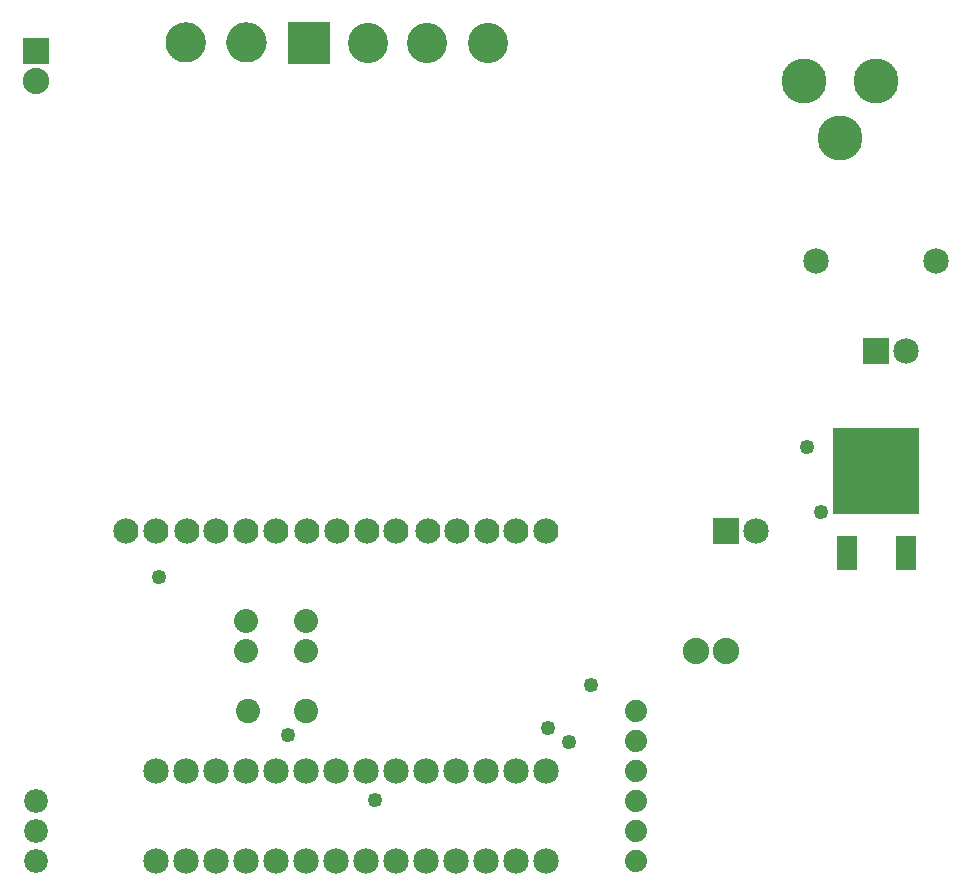
<source format=gts>
G04 MADE WITH FRITZING*
G04 WWW.FRITZING.ORG*
G04 DOUBLE SIDED*
G04 HOLES PLATED*
G04 CONTOUR ON CENTER OF CONTOUR VECTOR*
%ASAXBY*%
%FSLAX23Y23*%
%MOIN*%
%OFA0B0*%
%SFA1.0B1.0*%
%ADD10C,0.088000*%
%ADD11C,0.085000*%
%ADD12C,0.080925*%
%ADD13C,0.080866*%
%ADD14C,0.074000*%
%ADD15C,0.084000*%
%ADD16C,0.134111*%
%ADD17C,0.079444*%
%ADD18C,0.150000*%
%ADD19C,0.080000*%
%ADD20C,0.049370*%
%ADD21R,0.088000X0.088000*%
%ADD22R,0.142161X0.142161*%
%ADD23R,0.085000X0.085000*%
%ADD24R,0.285591X0.285591*%
%ADD25R,0.069055X0.116299*%
%ADD26C,0.030000*%
%ADD27C,0.027000*%
%ADD28R,0.001000X0.001000*%
%LNMASK1*%
G90*
G70*
G54D10*
X252Y2876D03*
X252Y2776D03*
G54D11*
X1952Y476D03*
X1952Y176D03*
X1852Y476D03*
X1852Y176D03*
X1752Y476D03*
X1752Y176D03*
X1652Y476D03*
X1652Y176D03*
X1552Y476D03*
X1552Y176D03*
X1452Y476D03*
X1452Y176D03*
X1352Y476D03*
X1352Y176D03*
X1252Y476D03*
X1252Y176D03*
X1152Y476D03*
X1152Y176D03*
X1052Y476D03*
X1052Y176D03*
X952Y476D03*
X952Y176D03*
X852Y476D03*
X852Y176D03*
X752Y476D03*
X752Y176D03*
X652Y476D03*
X652Y176D03*
G54D12*
X1152Y676D03*
G54D13*
X959Y676D03*
G54D14*
X2252Y176D03*
X2252Y276D03*
X2252Y376D03*
X2252Y476D03*
X2252Y576D03*
X2252Y676D03*
G54D15*
X551Y1276D03*
X652Y1276D03*
X753Y1276D03*
X852Y1276D03*
X952Y1276D03*
X1052Y1276D03*
X1153Y1275D03*
X1253Y1276D03*
X1354Y1276D03*
X1452Y1276D03*
X1557Y1276D03*
X1653Y1276D03*
X1753Y1276D03*
X1852Y1276D03*
X1952Y1276D03*
G54D16*
X1756Y2904D03*
X1554Y2904D03*
X1356Y2904D03*
G54D17*
X252Y376D03*
X252Y276D03*
X252Y176D03*
G54D18*
X3052Y2776D03*
X2812Y2776D03*
X2932Y2586D03*
G54D10*
X2552Y876D03*
X2452Y876D03*
G54D19*
X1152Y976D03*
X1152Y876D03*
X952Y976D03*
X952Y876D03*
G54D11*
X3052Y1876D03*
X3152Y1876D03*
X2552Y1276D03*
X2652Y1276D03*
X3252Y2176D03*
X2852Y2176D03*
G54D20*
X2868Y1340D03*
X2028Y572D03*
X1380Y380D03*
X1956Y620D03*
X2100Y764D03*
X2820Y1556D03*
X1092Y596D03*
X660Y1124D03*
G54D21*
X252Y2876D03*
G54D22*
X1160Y2904D03*
G54D23*
X3052Y1876D03*
X2552Y1276D03*
G54D24*
X3052Y1476D03*
G54D25*
X3150Y1202D03*
X2954Y1202D03*
G54D26*
G36*
X1980Y448D02*
X1925Y448D01*
X1925Y503D01*
X1980Y503D01*
X1980Y448D01*
G37*
D02*
G54D27*
G36*
X523Y1304D02*
X579Y1304D01*
X579Y1248D01*
X523Y1248D01*
X523Y1304D01*
G37*
D02*
G54D28*
X744Y2971D02*
X756Y2971D01*
X946Y2971D02*
X958Y2971D01*
X1152Y2971D02*
X1164Y2971D01*
X737Y2970D02*
X762Y2970D01*
X940Y2970D02*
X965Y2970D01*
X1146Y2970D02*
X1171Y2970D01*
X733Y2969D02*
X766Y2969D01*
X936Y2969D02*
X969Y2969D01*
X1142Y2969D02*
X1175Y2969D01*
X729Y2968D02*
X770Y2968D01*
X932Y2968D02*
X973Y2968D01*
X1138Y2968D02*
X1179Y2968D01*
X727Y2967D02*
X773Y2967D01*
X929Y2967D02*
X975Y2967D01*
X1135Y2967D02*
X1181Y2967D01*
X724Y2966D02*
X776Y2966D01*
X926Y2966D02*
X978Y2966D01*
X1132Y2966D02*
X1184Y2966D01*
X722Y2965D02*
X778Y2965D01*
X924Y2965D02*
X980Y2965D01*
X1130Y2965D02*
X1186Y2965D01*
X720Y2964D02*
X780Y2964D01*
X922Y2964D02*
X982Y2964D01*
X1128Y2964D02*
X1188Y2964D01*
X718Y2963D02*
X782Y2963D01*
X920Y2963D02*
X984Y2963D01*
X1126Y2963D02*
X1190Y2963D01*
X716Y2962D02*
X783Y2962D01*
X919Y2962D02*
X986Y2962D01*
X1125Y2962D02*
X1192Y2962D01*
X715Y2961D02*
X785Y2961D01*
X917Y2961D02*
X987Y2961D01*
X1123Y2961D02*
X1193Y2961D01*
X713Y2960D02*
X786Y2960D01*
X916Y2960D02*
X989Y2960D01*
X1122Y2960D02*
X1195Y2960D01*
X712Y2959D02*
X788Y2959D01*
X914Y2959D02*
X990Y2959D01*
X1120Y2959D02*
X1196Y2959D01*
X710Y2958D02*
X789Y2958D01*
X913Y2958D02*
X992Y2958D01*
X1119Y2958D02*
X1198Y2958D01*
X709Y2957D02*
X791Y2957D01*
X911Y2957D02*
X993Y2957D01*
X1117Y2957D02*
X1199Y2957D01*
X708Y2956D02*
X792Y2956D01*
X910Y2956D02*
X994Y2956D01*
X1116Y2956D02*
X1200Y2956D01*
X706Y2955D02*
X793Y2955D01*
X909Y2955D02*
X996Y2955D01*
X1115Y2955D02*
X1201Y2955D01*
X705Y2954D02*
X794Y2954D01*
X908Y2954D02*
X997Y2954D01*
X1114Y2954D02*
X1203Y2954D01*
X704Y2953D02*
X795Y2953D01*
X907Y2953D02*
X998Y2953D01*
X1113Y2953D02*
X1204Y2953D01*
X703Y2952D02*
X796Y2952D01*
X906Y2952D02*
X999Y2952D01*
X1112Y2952D02*
X1205Y2952D01*
X702Y2951D02*
X797Y2951D01*
X905Y2951D02*
X1000Y2951D01*
X1111Y2951D02*
X1206Y2951D01*
X701Y2950D02*
X798Y2950D01*
X904Y2950D02*
X1001Y2950D01*
X1110Y2950D02*
X1207Y2950D01*
X700Y2949D02*
X799Y2949D01*
X903Y2949D02*
X1002Y2949D01*
X1109Y2949D02*
X1208Y2949D01*
X699Y2948D02*
X800Y2948D01*
X902Y2948D02*
X1003Y2948D01*
X1108Y2948D02*
X1208Y2948D01*
X699Y2947D02*
X801Y2947D01*
X901Y2947D02*
X1003Y2947D01*
X1107Y2947D02*
X1209Y2947D01*
X698Y2946D02*
X802Y2946D01*
X900Y2946D02*
X1004Y2946D01*
X1106Y2946D02*
X1210Y2946D01*
X697Y2945D02*
X802Y2945D01*
X900Y2945D02*
X1005Y2945D01*
X1106Y2945D02*
X1211Y2945D01*
X696Y2944D02*
X803Y2944D01*
X899Y2944D02*
X1006Y2944D01*
X1105Y2944D02*
X1212Y2944D01*
X696Y2943D02*
X804Y2943D01*
X898Y2943D02*
X1006Y2943D01*
X1104Y2943D02*
X1212Y2943D01*
X695Y2942D02*
X805Y2942D01*
X897Y2942D02*
X1007Y2942D01*
X1103Y2942D02*
X1213Y2942D01*
X694Y2941D02*
X805Y2941D01*
X897Y2941D02*
X1008Y2941D01*
X1103Y2941D02*
X1214Y2941D01*
X694Y2940D02*
X806Y2940D01*
X896Y2940D02*
X1008Y2940D01*
X1102Y2940D02*
X1214Y2940D01*
X693Y2939D02*
X806Y2939D01*
X896Y2939D02*
X1009Y2939D01*
X1102Y2939D02*
X1215Y2939D01*
X692Y2938D02*
X807Y2938D01*
X895Y2938D02*
X1010Y2938D01*
X1101Y2938D02*
X1216Y2938D01*
X692Y2937D02*
X808Y2937D01*
X894Y2937D02*
X1010Y2937D01*
X1100Y2937D02*
X1216Y2937D01*
X691Y2936D02*
X808Y2936D01*
X894Y2936D02*
X1011Y2936D01*
X1100Y2936D02*
X1217Y2936D01*
X691Y2935D02*
X809Y2935D01*
X893Y2935D02*
X1011Y2935D01*
X1099Y2935D02*
X1217Y2935D01*
X690Y2934D02*
X809Y2934D01*
X893Y2934D02*
X1012Y2934D01*
X1099Y2934D02*
X1218Y2934D01*
X690Y2933D02*
X810Y2933D01*
X892Y2933D02*
X1012Y2933D01*
X1098Y2933D02*
X1218Y2933D01*
X689Y2932D02*
X810Y2932D01*
X892Y2932D02*
X1013Y2932D01*
X1098Y2932D02*
X1219Y2932D01*
X689Y2931D02*
X811Y2931D01*
X891Y2931D02*
X1013Y2931D01*
X1097Y2931D02*
X1219Y2931D01*
X688Y2930D02*
X811Y2930D01*
X891Y2930D02*
X1014Y2930D01*
X1097Y2930D02*
X1220Y2930D01*
X688Y2929D02*
X812Y2929D01*
X890Y2929D02*
X1014Y2929D01*
X1096Y2929D02*
X1220Y2929D01*
X688Y2928D02*
X812Y2928D01*
X890Y2928D02*
X1014Y2928D01*
X1096Y2928D02*
X1220Y2928D01*
X687Y2927D02*
X812Y2927D01*
X890Y2927D02*
X1015Y2927D01*
X1096Y2927D02*
X1221Y2927D01*
X687Y2926D02*
X813Y2926D01*
X889Y2926D02*
X1015Y2926D01*
X1095Y2926D02*
X1221Y2926D01*
X687Y2925D02*
X813Y2925D01*
X889Y2925D02*
X1015Y2925D01*
X1095Y2925D02*
X1221Y2925D01*
X686Y2924D02*
X813Y2924D01*
X889Y2924D02*
X1016Y2924D01*
X1095Y2924D02*
X1222Y2924D01*
X686Y2923D02*
X814Y2923D01*
X888Y2923D02*
X1016Y2923D01*
X1094Y2923D02*
X1222Y2923D01*
X686Y2922D02*
X814Y2922D01*
X888Y2922D02*
X1016Y2922D01*
X1094Y2922D02*
X1222Y2922D01*
X685Y2921D02*
X814Y2921D01*
X888Y2921D02*
X1017Y2921D01*
X1094Y2921D02*
X1223Y2921D01*
X685Y2920D02*
X814Y2920D01*
X888Y2920D02*
X1017Y2920D01*
X1094Y2920D02*
X1223Y2920D01*
X685Y2919D02*
X815Y2919D01*
X887Y2919D02*
X1017Y2919D01*
X1093Y2919D02*
X1223Y2919D01*
X685Y2918D02*
X815Y2918D01*
X887Y2918D02*
X1017Y2918D01*
X1093Y2918D02*
X1223Y2918D01*
X685Y2917D02*
X815Y2917D01*
X887Y2917D02*
X1017Y2917D01*
X1093Y2917D02*
X1223Y2917D01*
X684Y2916D02*
X815Y2916D01*
X887Y2916D02*
X1018Y2916D01*
X1093Y2916D02*
X1224Y2916D01*
X684Y2915D02*
X815Y2915D01*
X887Y2915D02*
X1018Y2915D01*
X1093Y2915D02*
X1224Y2915D01*
X684Y2914D02*
X815Y2914D01*
X887Y2914D02*
X1018Y2914D01*
X1093Y2914D02*
X1224Y2914D01*
X684Y2913D02*
X816Y2913D01*
X886Y2913D02*
X1018Y2913D01*
X1092Y2913D02*
X1224Y2913D01*
X684Y2912D02*
X816Y2912D01*
X886Y2912D02*
X1018Y2912D01*
X1092Y2912D02*
X1224Y2912D01*
X684Y2911D02*
X816Y2911D01*
X886Y2911D02*
X1018Y2911D01*
X1092Y2911D02*
X1224Y2911D01*
X684Y2910D02*
X816Y2910D01*
X886Y2910D02*
X1018Y2910D01*
X1092Y2910D02*
X1224Y2910D01*
X683Y2909D02*
X816Y2909D01*
X886Y2909D02*
X1019Y2909D01*
X1092Y2909D02*
X1225Y2909D01*
X683Y2908D02*
X816Y2908D01*
X886Y2908D02*
X1019Y2908D01*
X1092Y2908D02*
X1225Y2908D01*
X683Y2907D02*
X816Y2907D01*
X886Y2907D02*
X1019Y2907D01*
X1092Y2907D02*
X1225Y2907D01*
X683Y2906D02*
X816Y2906D01*
X886Y2906D02*
X1019Y2906D01*
X1092Y2906D02*
X1225Y2906D01*
X683Y2905D02*
X816Y2905D01*
X886Y2905D02*
X1019Y2905D01*
X1092Y2905D02*
X1225Y2905D01*
X683Y2904D02*
X816Y2904D01*
X886Y2904D02*
X1019Y2904D01*
X1092Y2904D02*
X1225Y2904D01*
X683Y2903D02*
X816Y2903D01*
X886Y2903D02*
X1019Y2903D01*
X1092Y2903D02*
X1225Y2903D01*
X683Y2902D02*
X816Y2902D01*
X886Y2902D02*
X1019Y2902D01*
X1092Y2902D02*
X1225Y2902D01*
X683Y2901D02*
X816Y2901D01*
X886Y2901D02*
X1019Y2901D01*
X1092Y2901D02*
X1225Y2901D01*
X683Y2900D02*
X816Y2900D01*
X886Y2900D02*
X1019Y2900D01*
X1092Y2900D02*
X1225Y2900D01*
X684Y2899D02*
X816Y2899D01*
X886Y2899D02*
X1019Y2899D01*
X1092Y2899D02*
X1224Y2899D01*
X684Y2898D02*
X816Y2898D01*
X886Y2898D02*
X1018Y2898D01*
X1092Y2898D02*
X1224Y2898D01*
X684Y2897D02*
X816Y2897D01*
X886Y2897D02*
X1018Y2897D01*
X1092Y2897D02*
X1224Y2897D01*
X684Y2896D02*
X816Y2896D01*
X886Y2896D02*
X1018Y2896D01*
X1092Y2896D02*
X1224Y2896D01*
X684Y2895D02*
X815Y2895D01*
X886Y2895D02*
X1018Y2895D01*
X1092Y2895D02*
X1224Y2895D01*
X684Y2894D02*
X815Y2894D01*
X887Y2894D02*
X1018Y2894D01*
X1093Y2894D02*
X1224Y2894D01*
X684Y2893D02*
X815Y2893D01*
X887Y2893D02*
X1018Y2893D01*
X1093Y2893D02*
X1224Y2893D01*
X684Y2892D02*
X815Y2892D01*
X887Y2892D02*
X1018Y2892D01*
X1093Y2892D02*
X1224Y2892D01*
X685Y2891D02*
X815Y2891D01*
X887Y2891D02*
X1017Y2891D01*
X1093Y2891D02*
X1223Y2891D01*
X685Y2890D02*
X815Y2890D01*
X887Y2890D02*
X1017Y2890D01*
X1093Y2890D02*
X1223Y2890D01*
X685Y2889D02*
X814Y2889D01*
X888Y2889D02*
X1017Y2889D01*
X1094Y2889D02*
X1223Y2889D01*
X685Y2888D02*
X814Y2888D01*
X888Y2888D02*
X1017Y2888D01*
X1094Y2888D02*
X1223Y2888D01*
X686Y2887D02*
X814Y2887D01*
X888Y2887D02*
X1016Y2887D01*
X1094Y2887D02*
X1222Y2887D01*
X686Y2886D02*
X814Y2886D01*
X888Y2886D02*
X1016Y2886D01*
X1094Y2886D02*
X1222Y2886D01*
X686Y2885D02*
X813Y2885D01*
X889Y2885D02*
X1016Y2885D01*
X1095Y2885D02*
X1222Y2885D01*
X686Y2884D02*
X813Y2884D01*
X889Y2884D02*
X1016Y2884D01*
X1095Y2884D02*
X1222Y2884D01*
X687Y2883D02*
X813Y2883D01*
X889Y2883D02*
X1015Y2883D01*
X1095Y2883D02*
X1221Y2883D01*
X687Y2882D02*
X812Y2882D01*
X890Y2882D02*
X1015Y2882D01*
X1096Y2882D02*
X1221Y2882D01*
X687Y2881D02*
X812Y2881D01*
X890Y2881D02*
X1015Y2881D01*
X1096Y2881D02*
X1221Y2881D01*
X688Y2880D02*
X812Y2880D01*
X890Y2880D02*
X1014Y2880D01*
X1096Y2880D02*
X1220Y2880D01*
X688Y2879D02*
X811Y2879D01*
X891Y2879D02*
X1014Y2879D01*
X1097Y2879D02*
X1220Y2879D01*
X689Y2878D02*
X811Y2878D01*
X891Y2878D02*
X1013Y2878D01*
X1097Y2878D02*
X1219Y2878D01*
X689Y2877D02*
X810Y2877D01*
X892Y2877D02*
X1013Y2877D01*
X1098Y2877D02*
X1219Y2877D01*
X690Y2876D02*
X810Y2876D01*
X892Y2876D02*
X1012Y2876D01*
X1098Y2876D02*
X1218Y2876D01*
X690Y2875D02*
X809Y2875D01*
X893Y2875D02*
X1012Y2875D01*
X1099Y2875D02*
X1218Y2875D01*
X691Y2874D02*
X809Y2874D01*
X893Y2874D02*
X1011Y2874D01*
X1099Y2874D02*
X1217Y2874D01*
X691Y2873D02*
X808Y2873D01*
X894Y2873D02*
X1011Y2873D01*
X1099Y2873D02*
X1217Y2873D01*
X692Y2872D02*
X808Y2872D01*
X894Y2872D02*
X1010Y2872D01*
X1100Y2872D02*
X1216Y2872D01*
X692Y2871D02*
X807Y2871D01*
X895Y2871D02*
X1010Y2871D01*
X1101Y2871D02*
X1216Y2871D01*
X693Y2870D02*
X807Y2870D01*
X895Y2870D02*
X1009Y2870D01*
X1101Y2870D02*
X1215Y2870D01*
X693Y2869D02*
X806Y2869D01*
X896Y2869D02*
X1009Y2869D01*
X1102Y2869D02*
X1215Y2869D01*
X694Y2868D02*
X805Y2868D01*
X897Y2868D02*
X1008Y2868D01*
X1102Y2868D02*
X1214Y2868D01*
X695Y2867D02*
X805Y2867D01*
X897Y2867D02*
X1007Y2867D01*
X1103Y2867D02*
X1213Y2867D01*
X695Y2866D02*
X804Y2866D01*
X898Y2866D02*
X1007Y2866D01*
X1104Y2866D02*
X1213Y2866D01*
X696Y2865D02*
X803Y2865D01*
X899Y2865D02*
X1006Y2865D01*
X1105Y2865D02*
X1212Y2865D01*
X697Y2864D02*
X803Y2864D01*
X899Y2864D02*
X1005Y2864D01*
X1105Y2864D02*
X1211Y2864D01*
X698Y2863D02*
X802Y2863D01*
X900Y2863D02*
X1004Y2863D01*
X1106Y2863D02*
X1210Y2863D01*
X698Y2862D02*
X801Y2862D01*
X901Y2862D02*
X1004Y2862D01*
X1107Y2862D02*
X1210Y2862D01*
X699Y2861D02*
X800Y2861D01*
X902Y2861D02*
X1003Y2861D01*
X1108Y2861D02*
X1209Y2861D01*
X700Y2860D02*
X799Y2860D01*
X903Y2860D02*
X1002Y2860D01*
X1109Y2860D02*
X1208Y2860D01*
X701Y2859D02*
X799Y2859D01*
X903Y2859D02*
X1001Y2859D01*
X1109Y2859D02*
X1207Y2859D01*
X702Y2858D02*
X798Y2858D01*
X904Y2858D02*
X1000Y2858D01*
X1110Y2858D02*
X1206Y2858D01*
X703Y2857D02*
X797Y2857D01*
X905Y2857D02*
X999Y2857D01*
X1111Y2857D02*
X1205Y2857D01*
X704Y2856D02*
X796Y2856D01*
X906Y2856D02*
X998Y2856D01*
X1112Y2856D02*
X1204Y2856D01*
X705Y2855D02*
X795Y2855D01*
X907Y2855D02*
X997Y2855D01*
X1113Y2855D02*
X1203Y2855D01*
X706Y2854D02*
X793Y2854D01*
X909Y2854D02*
X996Y2854D01*
X1115Y2854D02*
X1202Y2854D01*
X707Y2853D02*
X792Y2853D01*
X910Y2853D02*
X995Y2853D01*
X1116Y2853D02*
X1201Y2853D01*
X708Y2852D02*
X791Y2852D01*
X911Y2852D02*
X994Y2852D01*
X1117Y2852D02*
X1200Y2852D01*
X710Y2851D02*
X790Y2851D01*
X912Y2851D02*
X992Y2851D01*
X1118Y2851D02*
X1198Y2851D01*
X711Y2850D02*
X788Y2850D01*
X914Y2850D02*
X991Y2850D01*
X1120Y2850D02*
X1197Y2850D01*
X712Y2849D02*
X787Y2849D01*
X915Y2849D02*
X989Y2849D01*
X1121Y2849D02*
X1195Y2849D01*
X714Y2848D02*
X785Y2848D01*
X917Y2848D02*
X988Y2848D01*
X1123Y2848D02*
X1194Y2848D01*
X716Y2847D02*
X784Y2847D01*
X918Y2847D02*
X986Y2847D01*
X1124Y2847D02*
X1192Y2847D01*
X717Y2846D02*
X782Y2846D01*
X920Y2846D02*
X985Y2846D01*
X1126Y2846D02*
X1191Y2846D01*
X719Y2845D02*
X780Y2845D01*
X922Y2845D02*
X983Y2845D01*
X1128Y2845D02*
X1189Y2845D01*
X721Y2844D02*
X778Y2844D01*
X924Y2844D02*
X981Y2844D01*
X1130Y2844D02*
X1187Y2844D01*
X723Y2843D02*
X776Y2843D01*
X926Y2843D02*
X979Y2843D01*
X1132Y2843D02*
X1185Y2843D01*
X726Y2842D02*
X774Y2842D01*
X928Y2842D02*
X976Y2842D01*
X1134Y2842D02*
X1182Y2842D01*
X728Y2841D02*
X771Y2841D01*
X931Y2841D02*
X974Y2841D01*
X1137Y2841D02*
X1180Y2841D01*
X732Y2840D02*
X768Y2840D01*
X934Y2840D02*
X970Y2840D01*
X1140Y2840D02*
X1176Y2840D01*
X736Y2839D02*
X764Y2839D01*
X938Y2839D02*
X966Y2839D01*
X1144Y2839D02*
X1172Y2839D01*
X741Y2838D02*
X758Y2838D01*
X944Y2838D02*
X961Y2838D01*
X1150Y2838D02*
X1167Y2838D01*
D02*
G04 End of Mask1*
M02*
</source>
